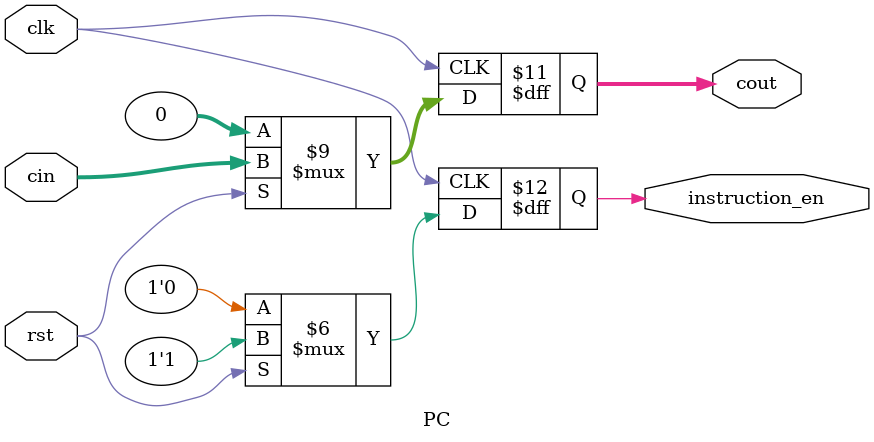
<source format=v>
`timescale 1ns / 1ps

// Program Counter
module PC(
    input clk,
    input rst,
    input [31:0] cin,  // cin£ºÏÂÒ»ÌõÖ¸ÁîµÄµØÖ·
    output reg [31:0] cout = 32'h0,  //cout£ºµ±Ç°Ö¸ÁîµÄµØÖ·
    output reg instruction_en = 1'b1  //instruction_en£ºµ±Ç°Ö¸ÁîµØÖ·ÊÇ·ñÓÐÐ§
    );
    
    always @ (posedge clk) begin
        if(!rst) begin
            cout <= 32'h0;
            instruction_en <= 1'b0;
        end
        else begin
            cout <= cin;
            instruction_en <= 1'b1;
        end
    end
    
endmodule

</source>
